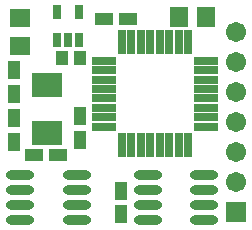
<source format=gts>
G04 Layer_Color=8388736*
%FSLAX44Y44*%
%MOMM*%
G71*
G01*
G75*
%ADD29R,0.6532X2.0032*%
%ADD30R,2.0032X0.6532*%
%ADD31O,2.4032X0.8032*%
%ADD32R,2.6032X2.1032*%
%ADD33R,0.8032X1.2032*%
%ADD34R,1.6532X1.5532*%
%ADD35R,1.5532X1.6532*%
%ADD36R,1.0922X1.2192*%
%ADD37R,1.1032X1.5032*%
%ADD38R,1.5032X1.1032*%
%ADD39C,1.7032*%
%ADD40R,1.7032X1.7032*%
D29*
X350459Y410530D02*
D03*
X358459D02*
D03*
X366459D02*
D03*
X374459D02*
D03*
X382459D02*
D03*
X390459D02*
D03*
X398459D02*
D03*
X406459D02*
D03*
Y323530D02*
D03*
X398459D02*
D03*
X390459D02*
D03*
X382459D02*
D03*
X374459D02*
D03*
X366459D02*
D03*
X358459D02*
D03*
X350459D02*
D03*
D30*
X421959Y395030D02*
D03*
Y387030D02*
D03*
Y379030D02*
D03*
Y371030D02*
D03*
Y363030D02*
D03*
Y355030D02*
D03*
Y347030D02*
D03*
Y339030D02*
D03*
X334959D02*
D03*
Y347030D02*
D03*
Y355030D02*
D03*
Y363030D02*
D03*
Y371030D02*
D03*
Y379030D02*
D03*
Y387030D02*
D03*
Y395030D02*
D03*
D31*
X264290Y298450D02*
D03*
Y285750D02*
D03*
Y273050D02*
D03*
Y260350D02*
D03*
X312290Y298450D02*
D03*
Y285750D02*
D03*
Y273050D02*
D03*
Y260350D02*
D03*
X420240D02*
D03*
Y273050D02*
D03*
Y285750D02*
D03*
Y298450D02*
D03*
X372240Y260350D02*
D03*
Y273050D02*
D03*
Y285750D02*
D03*
Y298450D02*
D03*
D32*
X287020Y374830D02*
D03*
Y333830D02*
D03*
D33*
X295300Y412180D02*
D03*
X304800D02*
D03*
X314300D02*
D03*
Y436180D02*
D03*
X295300D02*
D03*
D34*
X264160Y407350D02*
D03*
Y430850D02*
D03*
D35*
X421960Y431800D02*
D03*
X398460D02*
D03*
D36*
X299720Y397510D02*
D03*
X314960D02*
D03*
D37*
X259080Y326550D02*
D03*
Y346550D02*
D03*
Y367190D02*
D03*
Y387190D02*
D03*
X350000Y285000D02*
D03*
Y265000D02*
D03*
X314960Y327820D02*
D03*
Y347820D02*
D03*
D38*
X276250Y315000D02*
D03*
X296250D02*
D03*
X335439Y430530D02*
D03*
X355439D02*
D03*
D39*
X447040Y317500D02*
D03*
Y292100D02*
D03*
Y342900D02*
D03*
Y368300D02*
D03*
Y393700D02*
D03*
Y419100D02*
D03*
D40*
Y266700D02*
D03*
M02*

</source>
